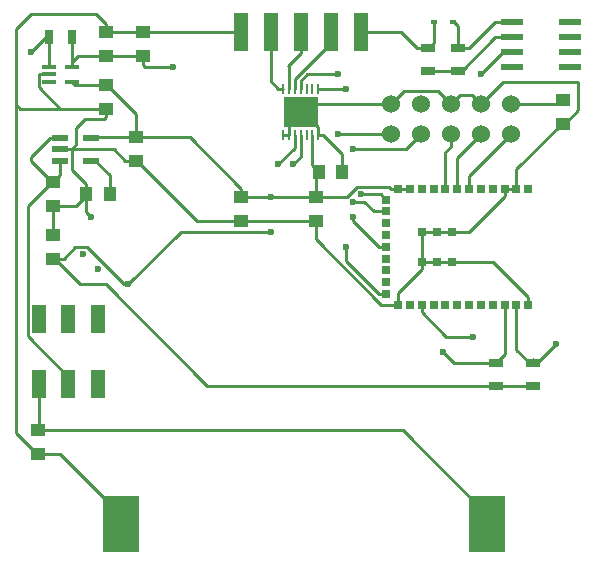
<source format=gbr>
G04 #@! TF.GenerationSoftware,KiCad,Pcbnew,(5.0.2)-1*
G04 #@! TF.CreationDate,2019-07-02T12:14:05-04:00*
G04 #@! TF.ProjectId,IGEM_Device,4947454d-5f44-4657-9669-63652e6b6963,rev?*
G04 #@! TF.SameCoordinates,Original*
G04 #@! TF.FileFunction,Copper,L1,Top*
G04 #@! TF.FilePolarity,Positive*
%FSLAX46Y46*%
G04 Gerber Fmt 4.6, Leading zero omitted, Abs format (unit mm)*
G04 Created by KiCad (PCBNEW (5.0.2)-1) date 2019-07-02 12:14:05 PM*
%MOMM*%
%LPD*%
G01*
G04 APERTURE LIST*
G04 #@! TA.AperFunction,SMDPad,CuDef*
%ADD10R,0.760000X0.760000*%
G04 #@! TD*
G04 #@! TA.AperFunction,SMDPad,CuDef*
%ADD11R,1.300000X0.700000*%
G04 #@! TD*
G04 #@! TA.AperFunction,SMDPad,CuDef*
%ADD12R,3.149600X4.775200*%
G04 #@! TD*
G04 #@! TA.AperFunction,SMDPad,CuDef*
%ADD13R,0.530000X0.400000*%
G04 #@! TD*
G04 #@! TA.AperFunction,SMDPad,CuDef*
%ADD14R,1.193800X2.489200*%
G04 #@! TD*
G04 #@! TA.AperFunction,SMDPad,CuDef*
%ADD15R,1.250000X1.000000*%
G04 #@! TD*
G04 #@! TA.AperFunction,SMDPad,CuDef*
%ADD16R,1.270000X3.180000*%
G04 #@! TD*
G04 #@! TA.AperFunction,SMDPad,CuDef*
%ADD17R,1.000000X1.250000*%
G04 #@! TD*
G04 #@! TA.AperFunction,ComponentPad*
%ADD18C,1.524000*%
G04 #@! TD*
G04 #@! TA.AperFunction,SMDPad,CuDef*
%ADD19R,0.700000X1.300000*%
G04 #@! TD*
G04 #@! TA.AperFunction,SMDPad,CuDef*
%ADD20R,1.320800X0.558800*%
G04 #@! TD*
G04 #@! TA.AperFunction,SMDPad,CuDef*
%ADD21R,0.270000X0.860000*%
G04 #@! TD*
G04 #@! TA.AperFunction,SMDPad,CuDef*
%ADD22R,3.000000X2.600000*%
G04 #@! TD*
G04 #@! TA.AperFunction,SMDPad,CuDef*
%ADD23R,1.981200X0.558800*%
G04 #@! TD*
G04 #@! TA.AperFunction,SMDPad,CuDef*
%ADD24R,1.168400X0.355600*%
G04 #@! TD*
G04 #@! TA.AperFunction,ViaPad*
%ADD25C,0.600000*%
G04 #@! TD*
G04 #@! TA.AperFunction,Conductor*
%ADD26C,0.250000*%
G04 #@! TD*
G04 APERTURE END LIST*
D10*
G04 #@! TO.P,U1,1*
G04 #@! TO.N,Net-(U1-Pad1)*
X144355000Y-66215000D03*
G04 #@! TO.P,U1,2*
G04 #@! TO.N,GND*
X143355000Y-66215000D03*
G04 #@! TO.P,U1,3*
X142355000Y-66215000D03*
G04 #@! TO.P,U1,4*
G04 #@! TO.N,Net-(U1-Pad4)*
X141355000Y-66215000D03*
G04 #@! TO.P,U1,5*
G04 #@! TO.N,Net-(U1-Pad5)*
X140355000Y-66215000D03*
G04 #@! TO.P,U1,6*
G04 #@! TO.N,/RESET*
X139355000Y-66215000D03*
G04 #@! TO.P,U1,7*
G04 #@! TO.N,/JTAG_TCXC*
X138355000Y-66215000D03*
G04 #@! TO.P,U1,8*
G04 #@! TO.N,/JTAG_TMSC*
X137355000Y-66215000D03*
G04 #@! TO.P,U1,9*
G04 #@! TO.N,Net-(U1-Pad9)*
X136355000Y-66215000D03*
G04 #@! TO.P,U1,10*
G04 #@! TO.N,Net-(U1-Pad10)*
X135355000Y-66215000D03*
G04 #@! TO.P,U1,11*
G04 #@! TO.N,+2V85*
X134355000Y-66215000D03*
G04 #@! TO.P,U1,12*
X133355000Y-66215000D03*
G04 #@! TO.P,U1,13*
G04 #@! TO.N,/JTAG_TDO*
X132355000Y-67120000D03*
G04 #@! TO.P,U1,14*
G04 #@! TO.N,/JTAG_TDI*
X132355000Y-68120000D03*
G04 #@! TO.P,U1,15*
G04 #@! TO.N,Net-(U1-Pad15)*
X132355000Y-69120000D03*
G04 #@! TO.P,U1,16*
G04 #@! TO.N,Net-(U1-Pad16)*
X132355000Y-70120000D03*
G04 #@! TO.P,U1,17*
G04 #@! TO.N,/IP_CONTROL*
X132355000Y-71120000D03*
G04 #@! TO.P,U1,18*
G04 #@! TO.N,Net-(U1-Pad18)*
X132355000Y-72120000D03*
G04 #@! TO.P,U1,19*
G04 #@! TO.N,Net-(U1-Pad19)*
X132355000Y-73120000D03*
G04 #@! TO.P,U1,20*
G04 #@! TO.N,Net-(U1-Pad20)*
X132355000Y-74120000D03*
G04 #@! TO.P,U1,21*
G04 #@! TO.N,/POWER_GOOD*
X132355000Y-75120000D03*
G04 #@! TO.P,U1,22*
G04 #@! TO.N,GND*
X133355000Y-76025000D03*
G04 #@! TO.P,U1,23*
G04 #@! TO.N,Net-(U1-Pad23)*
X134355000Y-76025000D03*
G04 #@! TO.P,U1,24*
G04 #@! TO.N,/TEMP_OUT*
X135355000Y-76025000D03*
G04 #@! TO.P,U1,25*
G04 #@! TO.N,Net-(U1-Pad25)*
X136355000Y-76025000D03*
G04 #@! TO.P,U1,26*
G04 #@! TO.N,Net-(U1-Pad26)*
X137355000Y-76025000D03*
G04 #@! TO.P,U1,27*
G04 #@! TO.N,Net-(U1-Pad27)*
X138355000Y-76025000D03*
G04 #@! TO.P,U1,28*
G04 #@! TO.N,Net-(U1-Pad28)*
X139355000Y-76025000D03*
G04 #@! TO.P,U1,29*
G04 #@! TO.N,Net-(U1-Pad29)*
X140355000Y-76025000D03*
G04 #@! TO.P,U1,30*
G04 #@! TO.N,Net-(U1-Pad30)*
X141355000Y-76025000D03*
G04 #@! TO.P,U1,31*
G04 #@! TO.N,/EXT_TEMP_SCL*
X142355000Y-76025000D03*
G04 #@! TO.P,U1,32*
G04 #@! TO.N,/EXT_TEMP_SDA*
X143355000Y-76025000D03*
G04 #@! TO.P,U1,33*
G04 #@! TO.N,GND*
X144355000Y-76025000D03*
G04 #@! TO.P,U1,34*
X135335000Y-69850000D03*
G04 #@! TO.P,U1,35*
X136605000Y-69850000D03*
G04 #@! TO.P,U1,36*
X137875000Y-69850000D03*
G04 #@! TO.P,U1,37*
X137875000Y-72390000D03*
G04 #@! TO.P,U1,38*
X136605000Y-72390000D03*
G04 #@! TO.P,U1,39*
X135355000Y-72390000D03*
G04 #@! TD*
D11*
G04 #@! TO.P,R1,1*
G04 #@! TO.N,+2V85*
X144780000Y-82865000D03*
G04 #@! TO.P,R1,2*
G04 #@! TO.N,/EXT_TEMP_SDA*
X144780000Y-80965000D03*
G04 #@! TD*
D12*
G04 #@! TO.P,J3,1*
G04 #@! TO.N,+BATT*
X140893800Y-94615000D03*
G04 #@! TO.P,J3,2*
G04 #@! TO.N,GND*
X109855000Y-94615000D03*
G04 #@! TD*
D13*
G04 #@! TO.P,D1,C*
G04 #@! TO.N,/IP_CATHODE*
X136360000Y-52070000D03*
G04 #@! TO.P,D1,A*
G04 #@! TO.N,Net-(D1-PadA)*
X137960000Y-52070000D03*
G04 #@! TD*
D14*
G04 #@! TO.P,SW1,1*
G04 #@! TO.N,+BATT*
X102910000Y-82765900D03*
G04 #@! TO.P,SW1,2*
G04 #@! TO.N,Net-(C3-Pad1)*
X105410000Y-82765900D03*
G04 #@! TO.P,SW1,3*
G04 #@! TO.N,N/C*
X107910000Y-82765900D03*
G04 #@! TO.P,SW1,4*
X107910000Y-77254100D03*
G04 #@! TO.P,SW1,5*
X105410000Y-77254100D03*
G04 #@! TO.P,SW1,6*
X102910000Y-77254100D03*
G04 #@! TD*
D15*
G04 #@! TO.P,C2,2*
G04 #@! TO.N,GND*
X111125000Y-63865000D03*
G04 #@! TO.P,C2,1*
G04 #@! TO.N,+2V85*
X111125000Y-61865000D03*
G04 #@! TD*
D16*
G04 #@! TO.P,J2,1*
G04 #@! TO.N,GND*
X120015000Y-52908000D03*
G04 #@! TO.P,J2,2*
G04 #@! TO.N,/COUN_ELECTRODE*
X122555000Y-52908000D03*
G04 #@! TO.P,J2,3*
G04 #@! TO.N,/REF_ELECTRODE*
X125095000Y-52908000D03*
G04 #@! TO.P,J2,4*
G04 #@! TO.N,/WORK_ELECTRODE*
X127635000Y-52908000D03*
G04 #@! TO.P,J2,5*
G04 #@! TO.N,/IP_CATHODE*
X130175000Y-52908000D03*
G04 #@! TD*
D17*
G04 #@! TO.P,C1,2*
G04 #@! TO.N,GND*
X106950000Y-66675000D03*
G04 #@! TO.P,C1,1*
G04 #@! TO.N,Net-(C1-Pad1)*
X108950000Y-66675000D03*
G04 #@! TD*
D15*
G04 #@! TO.P,C3,1*
G04 #@! TO.N,Net-(C3-Pad1)*
X104140000Y-65675000D03*
G04 #@! TO.P,C3,2*
G04 #@! TO.N,GND*
X104140000Y-67675000D03*
G04 #@! TD*
G04 #@! TO.P,C4,1*
G04 #@! TO.N,+2V85*
X108585000Y-57420000D03*
G04 #@! TO.P,C4,2*
G04 #@! TO.N,GND*
X108585000Y-59420000D03*
G04 #@! TD*
G04 #@! TO.P,C5,2*
G04 #@! TO.N,GND*
X108585000Y-52975000D03*
G04 #@! TO.P,C5,1*
G04 #@! TO.N,+1V8*
X108585000Y-54975000D03*
G04 #@! TD*
G04 #@! TO.P,C6,1*
G04 #@! TO.N,GND*
X104140000Y-70120000D03*
G04 #@! TO.P,C6,2*
G04 #@! TO.N,+2V85*
X104140000Y-72120000D03*
G04 #@! TD*
G04 #@! TO.P,C7,2*
G04 #@! TO.N,GND*
X126365000Y-68945000D03*
G04 #@! TO.P,C7,1*
G04 #@! TO.N,+2V85*
X126365000Y-66945000D03*
G04 #@! TD*
D17*
G04 #@! TO.P,C8,1*
G04 #@! TO.N,+2V85*
X126635000Y-64770000D03*
G04 #@! TO.P,C8,2*
G04 #@! TO.N,GND*
X128635000Y-64770000D03*
G04 #@! TD*
D15*
G04 #@! TO.P,C9,2*
G04 #@! TO.N,GND*
X111760000Y-52975000D03*
G04 #@! TO.P,C9,1*
G04 #@! TO.N,+1V8*
X111760000Y-54975000D03*
G04 #@! TD*
G04 #@! TO.P,C10,1*
G04 #@! TO.N,+2V85*
X120015000Y-66945000D03*
G04 #@! TO.P,C10,2*
G04 #@! TO.N,GND*
X120015000Y-68945000D03*
G04 #@! TD*
G04 #@! TO.P,C11,2*
G04 #@! TO.N,GND*
X102870000Y-88630000D03*
G04 #@! TO.P,C11,1*
G04 #@! TO.N,+BATT*
X102870000Y-86630000D03*
G04 #@! TD*
G04 #@! TO.P,C12,1*
G04 #@! TO.N,+3V3*
X147320000Y-58690000D03*
G04 #@! TO.P,C12,2*
G04 #@! TO.N,GND*
X147320000Y-60690000D03*
G04 #@! TD*
D18*
G04 #@! TO.P,J1,1*
G04 #@! TO.N,+3V3*
X142875000Y-59055000D03*
G04 #@! TO.P,J1,2*
G04 #@! TO.N,GND*
X140335000Y-59055000D03*
G04 #@! TO.P,J1,3*
X137795000Y-59055000D03*
G04 #@! TO.P,J1,4*
G04 #@! TO.N,Net-(J1-Pad4)*
X135255000Y-59055000D03*
G04 #@! TO.P,J1,5*
G04 #@! TO.N,GND*
X132715000Y-59055000D03*
G04 #@! TO.P,J1,6*
G04 #@! TO.N,/RESET*
X142875000Y-61595000D03*
G04 #@! TO.P,J1,7*
G04 #@! TO.N,/JTAG_TCXC*
X140335000Y-61595000D03*
G04 #@! TO.P,J1,8*
G04 #@! TO.N,/JTAG_TMSC*
X137795000Y-61595000D03*
G04 #@! TO.P,J1,9*
G04 #@! TO.N,/JTAG_TDO*
X135255000Y-61595000D03*
G04 #@! TO.P,J1,10*
G04 #@! TO.N,/JTAG_TDI*
X132715000Y-61595000D03*
G04 #@! TD*
D11*
G04 #@! TO.P,R2,2*
G04 #@! TO.N,/EXT_TEMP_SCL*
X141605000Y-80965000D03*
G04 #@! TO.P,R2,1*
G04 #@! TO.N,+2V85*
X141605000Y-82865000D03*
G04 #@! TD*
G04 #@! TO.P,R3,2*
G04 #@! TO.N,Net-(R3-Pad2)*
X138430000Y-56195000D03*
G04 #@! TO.P,R3,1*
G04 #@! TO.N,Net-(D1-PadA)*
X138430000Y-54295000D03*
G04 #@! TD*
D19*
G04 #@! TO.P,R4,2*
G04 #@! TO.N,/POWER_GOOD*
X103825000Y-53340000D03*
G04 #@! TO.P,R4,1*
G04 #@! TO.N,+1V8*
X105725000Y-53340000D03*
G04 #@! TD*
D11*
G04 #@! TO.P,R5,1*
G04 #@! TO.N,/IP_CATHODE*
X135890000Y-54295000D03*
G04 #@! TO.P,R5,2*
G04 #@! TO.N,Net-(R3-Pad2)*
X135890000Y-56195000D03*
G04 #@! TD*
D20*
G04 #@! TO.P,U2,1*
G04 #@! TO.N,Net-(C3-Pad1)*
X104749600Y-61914999D03*
G04 #@! TO.P,U2,2*
G04 #@! TO.N,GND*
X104749600Y-62865000D03*
G04 #@! TO.P,U2,3*
G04 #@! TO.N,Net-(C3-Pad1)*
X104749600Y-63815001D03*
G04 #@! TO.P,U2,4*
G04 #@! TO.N,Net-(C1-Pad1)*
X107340400Y-63815001D03*
G04 #@! TO.P,U2,5*
G04 #@! TO.N,+2V85*
X107340400Y-61914999D03*
G04 #@! TD*
D21*
G04 #@! TO.P,U3,1*
G04 #@! TO.N,GND*
X123595000Y-61625000D03*
G04 #@! TO.P,U3,2*
X124095000Y-61625000D03*
G04 #@! TO.P,U3,3*
G04 #@! TO.N,/EXT_TEMP_SCL*
X124595000Y-61625000D03*
G04 #@! TO.P,U3,4*
G04 #@! TO.N,/EXT_TEMP_SDA*
X125095000Y-61625000D03*
G04 #@! TO.P,U3,5*
G04 #@! TO.N,N/C*
X125595000Y-61625000D03*
G04 #@! TO.P,U3,6*
G04 #@! TO.N,+2V85*
X126095000Y-61625000D03*
G04 #@! TO.P,U3,7*
G04 #@! TO.N,GND*
X126595000Y-61625000D03*
G04 #@! TO.P,U3,8*
G04 #@! TO.N,/TEMP_OUT*
X126595000Y-57755000D03*
G04 #@! TO.P,U3,9*
G04 #@! TO.N,Net-(U3-Pad9)*
X126095000Y-57755000D03*
G04 #@! TO.P,U3,10*
G04 #@! TO.N,Net-(U3-Pad10)*
X125595000Y-57755000D03*
G04 #@! TO.P,U3,11*
G04 #@! TO.N,+1V8*
X125095000Y-57755000D03*
G04 #@! TO.P,U3,12*
G04 #@! TO.N,/WORK_ELECTRODE*
X124595000Y-57755000D03*
G04 #@! TO.P,U3,13*
G04 #@! TO.N,/REF_ELECTRODE*
X124095000Y-57755000D03*
G04 #@! TO.P,U3,14*
G04 #@! TO.N,/COUN_ELECTRODE*
X123595000Y-57755000D03*
D22*
G04 #@! TO.P,U3,15*
G04 #@! TO.N,GND*
X125095000Y-59690000D03*
G04 #@! TD*
D23*
G04 #@! TO.P,U4,1*
G04 #@! TO.N,Net-(D1-PadA)*
X142951200Y-52070000D03*
G04 #@! TO.P,U4,2*
G04 #@! TO.N,Net-(R3-Pad2)*
X142951200Y-53340000D03*
G04 #@! TO.P,U4,3*
G04 #@! TO.N,/IP_CONTROL*
X142951200Y-54610000D03*
G04 #@! TO.P,U4,4*
G04 #@! TO.N,Net-(U4-Pad4)*
X142951200Y-55880000D03*
G04 #@! TO.P,U4,5*
G04 #@! TO.N,Net-(U4-Pad5)*
X147878800Y-55880000D03*
G04 #@! TO.P,U4,6*
G04 #@! TO.N,Net-(U4-Pad6)*
X147878800Y-54610000D03*
G04 #@! TO.P,U4,7*
G04 #@! TO.N,Net-(U4-Pad7)*
X147878800Y-53340000D03*
G04 #@! TO.P,U4,8*
G04 #@! TO.N,Net-(U4-Pad8)*
X147878800Y-52070000D03*
G04 #@! TD*
D24*
G04 #@! TO.P,U5,1*
G04 #@! TO.N,/POWER_GOOD*
X103809800Y-55865001D03*
G04 #@! TO.P,U5,2*
G04 #@! TO.N,GND*
X103809800Y-56515000D03*
G04 #@! TO.P,U5,3*
G04 #@! TO.N,Net-(U5-Pad3)*
X103809800Y-57164999D03*
G04 #@! TO.P,U5,4*
G04 #@! TO.N,+2V85*
X105740200Y-57164999D03*
G04 #@! TO.P,U5,5*
G04 #@! TO.N,+1V8*
X105740200Y-55865001D03*
G04 #@! TD*
D25*
G04 #@! TO.N,GND*
X107315000Y-68580000D03*
G04 #@! TO.N,/EXT_TEMP_SCL*
X107950000Y-73025000D03*
X123190000Y-64135000D03*
X137160000Y-80010000D03*
G04 #@! TO.N,/EXT_TEMP_SDA*
X124460000Y-64135000D03*
X146685000Y-79375000D03*
X106680000Y-71755000D03*
G04 #@! TO.N,+2V85*
X122555000Y-69850000D03*
X110490000Y-74295000D03*
X122555000Y-66945000D03*
G04 #@! TO.N,/TEMP_OUT*
X139700000Y-78740000D03*
X128905000Y-57785000D03*
G04 #@! TO.N,+1V8*
X114300000Y-55880000D03*
X128270000Y-56515000D03*
G04 #@! TO.N,/POWER_GOOD*
X102235000Y-54610000D03*
X128905000Y-71120000D03*
G04 #@! TO.N,/JTAG_TDO*
X129540000Y-62865000D03*
X130175000Y-66675000D03*
G04 #@! TO.N,/JTAG_TDI*
X129540000Y-67310000D03*
X128270000Y-61595000D03*
G04 #@! TO.N,/IP_CONTROL*
X129540000Y-68580000D03*
X140335000Y-56515000D03*
G04 #@! TD*
D26*
G04 #@! TO.N,GND*
X104140000Y-67675000D02*
X104140000Y-70120000D01*
X106950000Y-66800000D02*
X106950000Y-66675000D01*
X106075000Y-67675000D02*
X106950000Y-66800000D01*
X104140000Y-67675000D02*
X106075000Y-67675000D01*
X109855000Y-92532200D02*
X109855000Y-93345000D01*
X135335000Y-71735000D02*
X135355000Y-71755000D01*
X147195000Y-60690000D02*
X147320000Y-60690000D01*
X143355000Y-64530000D02*
X147195000Y-60690000D01*
X119140000Y-68945000D02*
X120015000Y-68945000D01*
X116330000Y-68945000D02*
X119140000Y-68945000D01*
X111250000Y-63865000D02*
X116330000Y-68945000D01*
X111125000Y-63865000D02*
X111250000Y-63865000D01*
X108585000Y-52975000D02*
X111760000Y-52975000D01*
X102745000Y-88630000D02*
X100965000Y-86850000D01*
X102870000Y-88630000D02*
X102745000Y-88630000D01*
X102900599Y-57602800D02*
X104717799Y-59420000D01*
X102900599Y-56590001D02*
X102900599Y-57602800D01*
X102975600Y-56515000D02*
X102900599Y-56590001D01*
X103809800Y-56515000D02*
X102975600Y-56515000D01*
X137033001Y-58293001D02*
X137795000Y-59055000D01*
X136707999Y-57967999D02*
X137033001Y-58293001D01*
X133802001Y-57967999D02*
X136707999Y-57967999D01*
X132715000Y-59055000D02*
X133802001Y-57967999D01*
X139573001Y-58293001D02*
X140335000Y-59055000D01*
X138556999Y-58293001D02*
X139573001Y-58293001D01*
X137795000Y-59055000D02*
X138556999Y-58293001D01*
X106950000Y-68215000D02*
X107315000Y-68580000D01*
X106950000Y-66675000D02*
X106950000Y-68215000D01*
X108585000Y-52225000D02*
X107795000Y-51435000D01*
X108585000Y-52975000D02*
X108585000Y-52225000D01*
X107795000Y-51435000D02*
X102235000Y-51435000D01*
X102235000Y-51435000D02*
X100965000Y-52705000D01*
X100965000Y-52705000D02*
X100965000Y-57150000D01*
X101330000Y-59420000D02*
X100965000Y-59055000D01*
X104717799Y-59420000D02*
X101330000Y-59420000D01*
X100965000Y-86850000D02*
X100965000Y-59055000D01*
X100965000Y-59055000D02*
X100965000Y-57150000D01*
X147445000Y-60690000D02*
X147320000Y-60690000D01*
X148590000Y-59545000D02*
X147445000Y-60690000D01*
X148590000Y-57150000D02*
X148590000Y-59545000D01*
X142240000Y-57150000D02*
X148590000Y-57150000D01*
X140335000Y-59055000D02*
X142240000Y-57150000D01*
X126365000Y-68945000D02*
X120015000Y-68945000D01*
X119948000Y-52975000D02*
X120015000Y-52908000D01*
X111760000Y-52975000D02*
X119948000Y-52975000D01*
X123595000Y-61625000D02*
X124095000Y-61625000D01*
X124095000Y-60690000D02*
X125095000Y-59690000D01*
X124095000Y-61625000D02*
X124095000Y-60690000D01*
X126595000Y-60945000D02*
X126595000Y-61625000D01*
X125340000Y-59690000D02*
X126595000Y-60945000D01*
X125095000Y-59690000D02*
X125340000Y-59690000D01*
X128635000Y-63895000D02*
X128635000Y-64770000D01*
X128635000Y-63280000D02*
X128635000Y-63895000D01*
X126980000Y-61625000D02*
X128635000Y-63280000D01*
X126595000Y-61625000D02*
X126980000Y-61625000D01*
X125730000Y-59055000D02*
X125095000Y-59690000D01*
X132715000Y-59055000D02*
X125730000Y-59055000D01*
X143355000Y-64530000D02*
X143355000Y-66215000D01*
X142355000Y-66215000D02*
X143355000Y-66215000D01*
X138505000Y-69850000D02*
X137875000Y-69850000D01*
X139350000Y-69850000D02*
X138505000Y-69850000D01*
X142355000Y-66845000D02*
X139350000Y-69850000D01*
X142355000Y-66215000D02*
X142355000Y-66845000D01*
X137875000Y-69850000D02*
X136605000Y-69850000D01*
X135335000Y-69850000D02*
X136605000Y-69850000D01*
X135335000Y-72370000D02*
X135355000Y-72390000D01*
X135335000Y-69850000D02*
X135335000Y-72370000D01*
X135355000Y-72390000D02*
X136605000Y-72390000D01*
X136605000Y-72390000D02*
X137875000Y-72390000D01*
X144355000Y-75395000D02*
X144355000Y-76025000D01*
X141350000Y-72390000D02*
X144355000Y-75395000D01*
X137875000Y-72390000D02*
X141350000Y-72390000D01*
X133355000Y-75395000D02*
X133355000Y-76025000D01*
X133355000Y-75020000D02*
X133355000Y-75395000D01*
X135355000Y-73020000D02*
X133355000Y-75020000D01*
X135355000Y-72390000D02*
X135355000Y-73020000D01*
X126365000Y-69695000D02*
X126365000Y-68945000D01*
X126365000Y-70475002D02*
X126365000Y-69695000D01*
X131914998Y-76025000D02*
X126365000Y-70475002D01*
X133355000Y-76025000D02*
X131914998Y-76025000D01*
X103745000Y-88630000D02*
X102870000Y-88630000D01*
X104682800Y-88630000D02*
X103745000Y-88630000D01*
X109855000Y-93802200D02*
X104682800Y-88630000D01*
X109855000Y-94615000D02*
X109855000Y-93802200D01*
X108460000Y-59420000D02*
X108585000Y-59420000D01*
X106950000Y-66675000D02*
X106950000Y-66550000D01*
X108585000Y-59420000D02*
X107315000Y-59420000D01*
X104717799Y-59420000D02*
X107315000Y-59420000D01*
X107315000Y-59420000D02*
X107710000Y-59420000D01*
X105735001Y-62940001D02*
X105660000Y-62865000D01*
X105735001Y-64585001D02*
X105735001Y-62940001D01*
X106950000Y-65800000D02*
X105735001Y-64585001D01*
X106950000Y-66675000D02*
X106950000Y-65800000D01*
X105660000Y-62865000D02*
X106045000Y-62480000D01*
X106045000Y-61085000D02*
X106805000Y-60325000D01*
X106045000Y-62480000D02*
X106045000Y-61085000D01*
X108430000Y-60325000D02*
X106805000Y-60325000D01*
X108585000Y-60170000D02*
X108430000Y-60325000D01*
X108585000Y-59420000D02*
X108585000Y-60170000D01*
X105660000Y-62865000D02*
X104749600Y-62865000D01*
X109250000Y-62865000D02*
X105660000Y-62865000D01*
X110250000Y-63865000D02*
X109250000Y-62865000D01*
X111125000Y-63865000D02*
X110250000Y-63865000D01*
G04 #@! TO.N,/EXT_TEMP_SCL*
X124595000Y-62730000D02*
X123190000Y-64135000D01*
X124595000Y-61625000D02*
X124595000Y-62730000D01*
X138115000Y-80965000D02*
X137160000Y-80010000D01*
X141605000Y-80965000D02*
X138115000Y-80965000D01*
X142355000Y-80215000D02*
X141605000Y-80965000D01*
X142355000Y-80215000D02*
X142355000Y-76025000D01*
G04 #@! TO.N,/EXT_TEMP_SDA*
X125095000Y-63500000D02*
X124460000Y-64135000D01*
X125095000Y-61625000D02*
X125095000Y-63500000D01*
X144480000Y-80965000D02*
X144780000Y-80965000D01*
X143355000Y-79840000D02*
X144480000Y-80965000D01*
X144780000Y-80645000D02*
X144780000Y-80965000D01*
X145095000Y-80965000D02*
X144780000Y-80965000D01*
X146685000Y-79375000D02*
X145095000Y-80965000D01*
X143355000Y-79840000D02*
X143355000Y-76025000D01*
G04 #@! TO.N,+2V85*
X107390399Y-61865000D02*
X107340400Y-61914999D01*
X111125000Y-61865000D02*
X107390399Y-61865000D01*
X108710000Y-57420000D02*
X108585000Y-57420000D01*
X111125000Y-59835000D02*
X108710000Y-57420000D01*
X111125000Y-61865000D02*
X111125000Y-59835000D01*
X105995201Y-57420000D02*
X105740200Y-57164999D01*
X108585000Y-57420000D02*
X105995201Y-57420000D01*
X104775000Y-72120000D02*
X104140000Y-72120000D01*
X126635000Y-64645000D02*
X126635000Y-64770000D01*
X126365000Y-65040000D02*
X126635000Y-64770000D01*
X126365000Y-66945000D02*
X126365000Y-65040000D01*
X126365000Y-66945000D02*
X122555000Y-66945000D01*
X105015000Y-72120000D02*
X104140000Y-72120000D01*
X106015000Y-71120000D02*
X105015000Y-72120000D01*
X106970002Y-71120000D02*
X106015000Y-71120000D01*
X110145002Y-74295000D02*
X106970002Y-71120000D01*
X110490000Y-74295000D02*
X110145002Y-74295000D01*
X112000000Y-61865000D02*
X111125000Y-61865000D01*
X115685000Y-61865000D02*
X112000000Y-61865000D01*
X120015000Y-66195000D02*
X115685000Y-61865000D01*
X120015000Y-66945000D02*
X120015000Y-66195000D01*
X126095000Y-64230000D02*
X126635000Y-64770000D01*
X126095000Y-61625000D02*
X126095000Y-64230000D01*
X144780000Y-82865000D02*
X141605000Y-82865000D01*
X122555000Y-66945000D02*
X120015000Y-66945000D01*
X114935000Y-69850000D02*
X110490000Y-74295000D01*
X122555000Y-69850000D02*
X114935000Y-69850000D01*
X132725000Y-66215000D02*
X133355000Y-66215000D01*
X132544991Y-66034991D02*
X132725000Y-66215000D01*
X129890007Y-66034991D02*
X132544991Y-66034991D01*
X128979998Y-66945000D02*
X129890007Y-66034991D01*
X126365000Y-66945000D02*
X128979998Y-66945000D01*
X133355000Y-66215000D02*
X134355000Y-66215000D01*
X104265000Y-72120000D02*
X106440000Y-74295000D01*
X104140000Y-72120000D02*
X104265000Y-72120000D01*
X106440000Y-74295000D02*
X108585000Y-74295000D01*
X117155000Y-82865000D02*
X141605000Y-82865000D01*
X108585000Y-74295000D02*
X117155000Y-82865000D01*
G04 #@! TO.N,/TEMP_OUT*
X128875000Y-57755000D02*
X128905000Y-57785000D01*
X126595000Y-57755000D02*
X128875000Y-57755000D01*
X139275736Y-78740000D02*
X139700000Y-78740000D01*
X137440000Y-78740000D02*
X139275736Y-78740000D01*
X135355000Y-76655000D02*
X137440000Y-78740000D01*
X135355000Y-76025000D02*
X135355000Y-76655000D01*
G04 #@! TO.N,+1V8*
X108585000Y-54975000D02*
X111760000Y-54975000D01*
X105740200Y-55437201D02*
X105740200Y-55865001D01*
X106202401Y-54975000D02*
X105740200Y-55437201D01*
X108585000Y-54975000D02*
X106202401Y-54975000D01*
X105725000Y-55849801D02*
X105740200Y-55865001D01*
X105725000Y-53340000D02*
X105725000Y-55849801D01*
X111760000Y-55725000D02*
X111760000Y-54975000D01*
X111915000Y-55880000D02*
X111760000Y-55725000D01*
X114300000Y-55880000D02*
X111915000Y-55880000D01*
X127845736Y-56515000D02*
X128270000Y-56515000D01*
X125655000Y-56515000D02*
X127845736Y-56515000D01*
X125095000Y-57075000D02*
X125655000Y-56515000D01*
X125095000Y-57755000D02*
X125095000Y-57075000D01*
G04 #@! TO.N,/WORK_ELECTRODE*
X124595000Y-57075000D02*
X124595000Y-57755000D01*
X124595000Y-56903000D02*
X124595000Y-57075000D01*
X127635000Y-53863000D02*
X124595000Y-56903000D01*
X127635000Y-52908000D02*
X127635000Y-53863000D01*
G04 #@! TO.N,/REF_ELECTRODE*
X125095000Y-54748000D02*
X124055001Y-55787999D01*
X125095000Y-52908000D02*
X125095000Y-54748000D01*
X124095000Y-55827998D02*
X124095000Y-57755000D01*
X124055001Y-55787999D02*
X124095000Y-55827998D01*
G04 #@! TO.N,/COUN_ELECTRODE*
X122555000Y-55195000D02*
X122555000Y-54748000D01*
X122555000Y-54748000D02*
X122555000Y-52908000D01*
X122555000Y-57100000D02*
X122555000Y-54748000D01*
X123210000Y-57755000D02*
X122555000Y-57100000D01*
X123595000Y-57755000D02*
X123210000Y-57755000D01*
G04 #@! TO.N,Net-(C1-Pad1)*
X107721400Y-63815001D02*
X107340400Y-63815001D01*
X108950000Y-65043601D02*
X107721400Y-63815001D01*
X108950000Y-66675000D02*
X108950000Y-65043601D01*
G04 #@! TO.N,Net-(C3-Pad1)*
X104749600Y-65065400D02*
X104140000Y-65675000D01*
X104749600Y-63815001D02*
X104749600Y-65065400D01*
X103839200Y-61914999D02*
X102235000Y-63519199D01*
X104749600Y-61914999D02*
X103839200Y-61914999D01*
X102235000Y-63895000D02*
X104015000Y-65675000D01*
X102235000Y-63519199D02*
X102235000Y-63895000D01*
X104015000Y-65675000D02*
X104140000Y-65675000D01*
X101988099Y-67701901D02*
X104015000Y-65675000D01*
X101988099Y-78696299D02*
X101988099Y-67701901D01*
X105410000Y-82118200D02*
X101988099Y-78696299D01*
X105410000Y-82765900D02*
X105410000Y-82118200D01*
G04 #@! TO.N,+BATT*
X102910000Y-86590000D02*
X102870000Y-86630000D01*
X102910000Y-82765900D02*
X102910000Y-86590000D01*
X140893800Y-93802200D02*
X140893800Y-94615000D01*
X133721600Y-86630000D02*
X140893800Y-93802200D01*
X102870000Y-86630000D02*
X133721600Y-86630000D01*
G04 #@! TO.N,+3V3*
X146955000Y-59055000D02*
X147320000Y-58690000D01*
X142875000Y-59055000D02*
X146955000Y-59055000D01*
G04 #@! TO.N,/IP_CATHODE*
X133553000Y-52908000D02*
X130175000Y-52908000D01*
X134940000Y-54295000D02*
X135890000Y-54295000D01*
X133553000Y-52908000D02*
X134940000Y-54295000D01*
X136360000Y-53825000D02*
X135890000Y-54295000D01*
X136360000Y-52070000D02*
X136360000Y-53825000D01*
G04 #@! TO.N,Net-(R3-Pad2)*
X138430000Y-56195000D02*
X135890000Y-56195000D01*
X143586200Y-53340000D02*
X142875000Y-53340000D01*
X141710600Y-53340000D02*
X142951200Y-53340000D01*
X141585000Y-53340000D02*
X141710600Y-53340000D01*
X138730000Y-56195000D02*
X141585000Y-53340000D01*
X138430000Y-56195000D02*
X138730000Y-56195000D01*
G04 #@! TO.N,/POWER_GOOD*
X103825000Y-55849801D02*
X103809800Y-55865001D01*
X103825000Y-53340000D02*
X103825000Y-55849801D01*
X103505000Y-53340000D02*
X102235000Y-54610000D01*
X103825000Y-53340000D02*
X103505000Y-53340000D01*
X128905000Y-71544264D02*
X128905000Y-71120000D01*
X128905000Y-72300000D02*
X128905000Y-71544264D01*
X131725000Y-75120000D02*
X128905000Y-72300000D01*
X132355000Y-75120000D02*
X131725000Y-75120000D01*
G04 #@! TO.N,/RESET*
X139355000Y-65115000D02*
X139355000Y-66215000D01*
X142875000Y-61595000D02*
X139355000Y-65115000D01*
G04 #@! TO.N,/JTAG_TCXC*
X140335000Y-61595000D02*
X138355000Y-63575000D01*
X138355000Y-63575000D02*
X138355000Y-66215000D01*
G04 #@! TO.N,/JTAG_TMSC*
X137795000Y-62672630D02*
X137355000Y-63112630D01*
X137795000Y-61595000D02*
X137795000Y-62672630D01*
X137355000Y-63112630D02*
X137355000Y-66215000D01*
G04 #@! TO.N,/JTAG_TDO*
X133985000Y-62865000D02*
X129540000Y-62865000D01*
X135255000Y-61595000D02*
X133985000Y-62865000D01*
X131910000Y-66675000D02*
X132355000Y-67120000D01*
X130175000Y-66675000D02*
X131910000Y-66675000D01*
G04 #@! TO.N,/JTAG_TDI*
X132715000Y-61595000D02*
X128270000Y-61595000D01*
X131270000Y-68120000D02*
X132355000Y-68120000D01*
X129540000Y-67310000D02*
X130460000Y-67310000D01*
X130460000Y-67310000D02*
X131270000Y-68120000D01*
G04 #@! TO.N,/IP_CONTROL*
X143586200Y-54610000D02*
X142875000Y-54610000D01*
X142240000Y-54610000D02*
X140335000Y-56515000D01*
X142951200Y-54610000D02*
X142240000Y-54610000D01*
X129540000Y-68935000D02*
X129540000Y-68580000D01*
X131725000Y-71120000D02*
X129540000Y-68935000D01*
X132355000Y-71120000D02*
X131725000Y-71120000D01*
G04 #@! TO.N,Net-(D1-PadA)*
X138430000Y-52419990D02*
X138080010Y-52070000D01*
X138430000Y-54295000D02*
X138430000Y-52419990D01*
X141710600Y-52070000D02*
X142951200Y-52070000D01*
X141555000Y-52070000D02*
X141710600Y-52070000D01*
X139330000Y-54295000D02*
X141555000Y-52070000D01*
X138430000Y-54295000D02*
X139330000Y-54295000D01*
G04 #@! TD*
M02*

</source>
